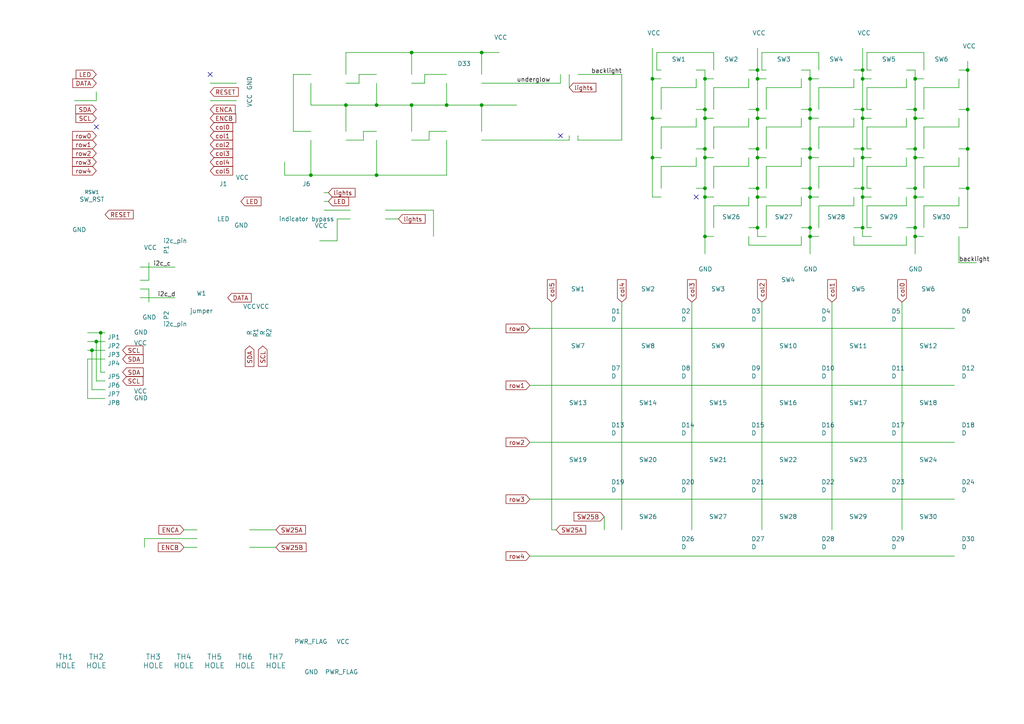
<source format=kicad_sch>
(kicad_sch (version 20250114) (generator "eeschema") (generator_version "9.0")
  (paper "A4")
  (junction (at 219.71 66.04))
  (junction (at 265.43 34.29))
  (junction (at 204.47 31.75))
  (junction (at 119.38 30.48))
  (junction (at 250.19 43.18))
  (junction (at 265.43 31.75))
  (junction (at 234.95 66.04))
  (junction (at 250.19 31.75))
  (junction (at 234.95 43.18))
  (junction (at 90.17 50.8))
  (junction (at 265.43 43.18))
  (junction (at 219.71 22.86))
  (junction (at 189.23 22.86))
  (junction (at 219.71 54.61))
  (junction (at 234.95 54.61))
  (junction (at 219.71 34.29))
  (junction (at 204.47 43.18))
  (junction (at 29.21 96.52))
  (junction (at 250.19 34.29))
  (junction (at 250.19 57.15))
  (junction (at 109.22 30.48))
  (junction (at 250.19 22.86))
  (junction (at 27.94 99.06))
  (junction (at 219.71 45.72))
  (junction (at 250.19 54.61))
  (junction (at 109.22 50.8))
  (junction (at 234.95 34.29))
  (junction (at 219.71 31.75))
  (junction (at 219.71 20.32))
  (junction (at 280.67 20.32))
  (junction (at 139.7 30.48))
  (junction (at 265.43 68.58))
  (junction (at 234.95 68.58))
  (junction (at 204.47 45.72))
  (junction (at 234.95 45.72))
  (junction (at 139.7 15.24))
  (junction (at 100.33 30.48))
  (junction (at 280.67 31.75))
  (junction (at 204.47 54.61))
  (junction (at 219.71 43.18))
  (junction (at 219.71 57.15))
  (junction (at 265.43 66.04))
  (junction (at 250.19 20.32))
  (junction (at 234.95 22.86))
  (junction (at 204.47 57.15))
  (junction (at 129.54 30.48))
  (junction (at 189.23 34.29))
  (junction (at 119.38 15.24))
  (junction (at 250.19 66.04))
  (junction (at 280.67 54.61))
  (junction (at 204.47 34.29))
  (junction (at 204.47 22.86))
  (junction (at 265.43 22.86))
  (junction (at 265.43 45.72))
  (junction (at 204.47 68.58))
  (junction (at 26.67 101.6))
  (junction (at 265.43 54.61))
  (junction (at 250.19 45.72))
  (junction (at 234.95 57.15))
  (junction (at 189.23 45.72))
  (junction (at 265.43 57.15))
  (junction (at 280.67 43.18))
  (junction (at 234.95 31.75))
  (no_connect (at 27.94 36.83))
  (no_connect (at 60.96 21.59))
  (no_connect (at 162.56 39.37))
  (no_connect (at 201.93 57.15))
  (wire (pts (xy 262.89 36.83) (xy 251.46 36.83)))
  (wire (pts (xy 175.26 149.86) (xy 175.26 153.67)))
  (wire (pts (xy 100.33 30.48) (xy 90.17 30.48)))
  (wire (pts (xy 217.17 48.26) (xy 217.17 45.72)))
  (wire (pts (xy 278.13 20.32) (xy 280.67 20.32)))
  (wire (pts (xy 232.41 20.32) (xy 234.95 20.32)))
  (wire (pts (xy 280.67 20.32) (xy 280.67 17.78)))
  (wire (pts (xy 262.89 57.15) (xy 262.89 59.69)))
  (wire (pts (xy 267.97 31.75) (xy 267.97 25.4)))
  (wire (pts (xy 267.97 54.61) (xy 267.97 48.26)))
  (wire (pts (xy 111.76 63.5) (xy 115.57 63.5)))
  (wire (pts (xy 92.71 69.85) (xy 97.79 69.85)))
  (wire (pts (xy 237.49 57.15) (xy 234.95 57.15)))
  (wire (pts (xy 180.34 40.64) (xy 180.34 21.59)))
  (wire (pts (xy 267.97 57.15) (xy 265.43 57.15)))
  (wire (pts (xy 262.89 20.32) (xy 265.43 20.32)))
  (wire (pts (xy 219.71 43.18) (xy 219.71 45.72)))
  (wire (pts (xy 217.17 36.83) (xy 217.17 34.29)))
  (wire (pts (xy 97.79 63.5) (xy 97.79 69.85)))
  (wire (pts (xy 219.71 68.58) (xy 222.25 68.58)))
  (wire (pts (xy 104.14 21.59) (xy 104.14 24.13)))
  (wire (pts (xy 207.01 36.83) (xy 217.17 36.83)))
  (wire (pts (xy 250.19 22.86) (xy 250.19 20.32)))
  (wire (pts (xy 234.95 20.32) (xy 234.95 22.86)))
  (wire (pts (xy 217.17 71.12) (xy 217.17 68.58)))
  (wire (pts (xy 251.46 25.4) (xy 251.46 31.75)))
  (wire (pts (xy 250.19 31.75) (xy 250.19 22.86)))
  (wire (pts (xy 40.64 86.36) (xy 50.8 86.36)))
  (wire (pts (xy 100.33 15.24) (xy 100.33 21.59)))
  (wire (pts (xy 123.19 24.13) (xy 119.38 24.13)))
  (wire (pts (xy 190.5 20.32) (xy 191.77 20.32)))
  (wire (pts (xy 207.01 48.26) (xy 217.17 48.26)))
  (wire (pts (xy 207.01 66.04) (xy 207.01 59.69)))
  (wire (pts (xy 262.89 68.58) (xy 262.89 71.12)))
  (wire (pts (xy 191.77 48.26) (xy 191.77 54.61)))
  (wire (pts (xy 278.13 36.83) (xy 278.13 34.29)))
  (wire (pts (xy 251.46 36.83) (xy 251.46 43.18)))
  (wire (pts (xy 90.17 40.64) (xy 90.17 50.8)))
  (wire (pts (xy 119.38 40.64) (xy 124.46 40.64)))
  (wire (pts (xy 219.71 34.29) (xy 219.71 43.18)))
  (wire (pts (xy 207.01 45.72) (xy 204.47 45.72)))
  (wire (pts (xy 85.09 21.59) (xy 85.09 38.1)))
  (wire (pts (xy 25.4 96.52) (xy 29.21 96.52)))
  (wire (pts (xy 219.71 45.72) (xy 219.71 54.61)))
  (wire (pts (xy 247.65 54.61) (xy 250.19 54.61)))
  (wire (pts (xy 262.89 71.12) (xy 247.65 71.12)))
  (wire (pts (xy 25.4 99.06) (xy 27.94 99.06)))
  (wire (pts (xy 237.49 36.83) (xy 247.65 36.83)))
  (wire (pts (xy 139.7 38.1) (xy 139.7 30.48)))
  (wire (pts (xy 280.67 54.61) (xy 278.13 54.61)))
  (wire (pts (xy 222.25 36.83) (xy 222.25 43.18)))
  (wire (pts (xy 250.19 68.58) (xy 250.19 66.04)))
  (wire (pts (xy 222.25 22.86) (xy 219.71 22.86)))
  (wire (pts (xy 265.43 57.15) (xy 265.43 66.04)))
  (wire (pts (xy 237.49 20.32) (xy 237.49 15.24)))
  (wire (pts (xy 217.17 25.4) (xy 217.17 22.86)))
  (wire (pts (xy 267.97 15.24) (xy 251.46 15.24)))
  (wire (pts (xy 217.17 59.69) (xy 217.17 57.15)))
  (wire (pts (xy 41.91 156.21) (xy 41.91 158.75)))
  (wire (pts (xy 219.71 13.97) (xy 219.71 20.32)))
  (wire (pts (xy 204.47 54.61) (xy 204.47 45.72)))
  (wire (pts (xy 207.01 20.32) (xy 207.01 15.24)))
  (wire (pts (xy 160.02 87.63) (xy 160.02 153.67)))
  (wire (pts (xy 265.43 54.61) (xy 265.43 57.15)))
  (wire (pts (xy 265.43 31.75) (xy 265.43 34.29)))
  (wire (pts (xy 60.96 24.13) (xy 68.58 24.13)))
  (wire (pts (xy 85.09 38.1) (xy 90.17 38.1)))
  (wire (pts (xy 247.65 43.18) (xy 250.19 43.18)))
  (wire (pts (xy 27.94 110.49) (xy 30.48 110.49)))
  (wire (pts (xy 25.4 104.14) (xy 25.4 115.57)))
  (wire (pts (xy 201.93 36.83) (xy 191.77 36.83)))
  (wire (pts (xy 250.19 43.18) (xy 250.19 34.29)))
  (wire (pts (xy 220.98 87.63) (xy 220.98 153.67)))
  (wire (pts (xy 234.95 54.61) (xy 234.95 57.15)))
  (wire (pts (xy 201.93 25.4) (xy 191.77 25.4)))
  (wire (pts (xy 232.41 25.4) (xy 222.25 25.4)))
  (wire (pts (xy 119.38 30.48) (xy 129.54 30.48)))
  (wire (pts (xy 237.49 59.69) (xy 247.65 59.69)))
  (wire (pts (xy 267.97 25.4) (xy 278.13 25.4)))
  (wire (pts (xy 237.49 48.26) (xy 247.65 48.26)))
  (wire (pts (xy 251.46 31.75) (xy 252.73 31.75)))
  (wire (pts (xy 125.73 60.96) (xy 125.73 68.58)))
  (wire (pts (xy 204.47 73.66) (xy 204.47 68.58)))
  (wire (pts (xy 262.89 34.29) (xy 262.89 36.83)))
  (wire (pts (xy 219.71 22.86) (xy 219.71 31.75)))
  (wire (pts (xy 111.76 60.96) (xy 125.73 60.96)))
  (wire (pts (xy 26.67 113.03) (xy 30.48 113.03)))
  (wire (pts (xy 53.34 153.67) (xy 57.15 153.67)))
  (wire (pts (xy 219.71 66.04) (xy 219.71 68.58)))
  (wire (pts (xy 278.13 68.58) (xy 278.13 76.2)))
  (wire (pts (xy 232.41 59.69) (xy 222.25 59.69)))
  (wire (pts (xy 220.98 20.32) (xy 222.25 20.32)))
  (wire (pts (xy 153.67 161.29) (xy 276.86 161.29)))
  (wire (pts (xy 201.93 20.32) (xy 204.47 20.32)))
  (wire (pts (xy 40.64 83.82) (xy 43.18 83.82)))
  (wire (pts (xy 144.78 15.24) (xy 139.7 15.24)))
  (wire (pts (xy 191.77 36.83) (xy 191.77 43.18)))
  (wire (pts (xy 232.41 36.83) (xy 222.25 36.83)))
  (wire (pts (xy 267.97 22.86) (xy 265.43 22.86)))
  (wire (pts (xy 201.93 48.26) (xy 191.77 48.26)))
  (wire (pts (xy 139.7 15.24) (xy 119.38 15.24)))
  (wire (pts (xy 232.41 34.29) (xy 232.41 36.83)))
  (wire (pts (xy 234.95 57.15) (xy 234.95 66.04)))
  (wire (pts (xy 153.67 144.78) (xy 276.86 144.78)))
  (wire (pts (xy 189.23 57.15) (xy 191.77 57.15)))
  (wire (pts (xy 165.1 40.64) (xy 165.1 39.37)))
  (wire (pts (xy 247.65 20.32) (xy 250.19 20.32)))
  (wire (pts (xy 217.17 54.61) (xy 219.71 54.61)))
  (wire (pts (xy 267.97 68.58) (xy 265.43 68.58)))
  (wire (pts (xy 251.46 48.26) (xy 251.46 54.61)))
  (wire (pts (xy 189.23 45.72) (xy 189.23 57.15)))
  (wire (pts (xy 247.65 48.26) (xy 247.65 45.72)))
  (wire (pts (xy 27.94 26.67) (xy 27.94 29.21)))
  (wire (pts (xy 204.47 45.72) (xy 204.47 43.18)))
  (wire (pts (xy 26.67 101.6) (xy 26.67 113.03)))
  (wire (pts (xy 219.71 31.75) (xy 219.71 34.29)))
  (wire (pts (xy 232.41 71.12) (xy 217.17 71.12)))
  (wire (pts (xy 109.22 21.59) (xy 104.14 21.59)))
  (wire (pts (xy 200.66 87.63) (xy 200.66 153.67)))
  (wire (pts (xy 189.23 34.29) (xy 189.23 45.72)))
  (wire (pts (xy 278.13 25.4) (xy 278.13 22.86)))
  (wire (pts (xy 72.39 158.75) (xy 80.01 158.75)))
  (wire (pts (xy 262.89 66.04) (xy 265.43 66.04)))
  (wire (pts (xy 237.49 66.04) (xy 237.49 59.69)))
  (wire (pts (xy 237.49 45.72) (xy 234.95 45.72)))
  (wire (pts (xy 250.19 57.15) (xy 250.19 54.61)))
  (wire (pts (xy 153.67 128.27) (xy 276.86 128.27)))
  (wire (pts (xy 280.67 66.04) (xy 278.13 66.04)))
  (wire (pts (xy 109.22 30.48) (xy 119.38 30.48)))
  (wire (pts (xy 72.39 153.67) (xy 80.01 153.67)))
  (wire (pts (xy 43.18 81.28) (xy 40.64 81.28)))
  (wire (pts (xy 90.17 50.8) (xy 82.55 50.8)))
  (wire (pts (xy 53.34 158.75) (xy 57.15 158.75)))
  (wire (pts (xy 109.22 50.8) (xy 129.54 50.8)))
  (wire (pts (xy 219.71 57.15) (xy 219.71 66.04)))
  (wire (pts (xy 165.1 25.4) (xy 165.1 21.59)))
  (wire (pts (xy 237.49 43.18) (xy 237.49 36.83)))
  (wire (pts (xy 201.93 45.72) (xy 201.93 48.26)))
  (wire (pts (xy 204.47 68.58) (xy 204.47 57.15)))
  (wire (pts (xy 237.49 31.75) (xy 237.49 25.4)))
  (wire (pts (xy 100.33 38.1) (xy 100.33 30.48)))
  (wire (pts (xy 267.97 66.04) (xy 267.97 59.69)))
  (wire (pts (xy 217.17 43.18) (xy 219.71 43.18)))
  (wire (pts (xy 251.46 66.04) (xy 252.73 66.04)))
  (wire (pts (xy 123.19 21.59) (xy 123.19 24.13)))
  (wire (pts (xy 40.64 77.47) (xy 50.8 77.47)))
  (wire (pts (xy 234.95 66.04) (xy 234.95 68.58)))
  (wire (pts (xy 105.41 40.64) (xy 105.41 38.1)))
  (wire (pts (xy 251.46 20.32) (xy 252.73 20.32)))
  (wire (pts (xy 280.67 43.18) (xy 280.67 54.61)))
  (wire (pts (xy 265.43 68.58) (xy 265.43 73.66)))
  (wire (pts (xy 217.17 20.32) (xy 219.71 20.32)))
  (wire (pts (xy 27.94 99.06) (xy 30.48 99.06)))
  (wire (pts (xy 280.67 54.61) (xy 280.67 66.04)))
  (wire (pts (xy 262.89 54.61) (xy 265.43 54.61)))
  (wire (pts (xy 250.19 20.32) (xy 250.19 13.97)))
  (wire (pts (xy 153.67 95.25) (xy 276.86 95.25)))
  (wire (pts (xy 267.97 59.69) (xy 278.13 59.69)))
  (wire (pts (xy 201.93 31.75) (xy 204.47 31.75)))
  (wire (pts (xy 104.14 24.13) (xy 100.33 24.13)))
  (wire (pts (xy 265.43 34.29) (xy 267.97 34.29)))
  (wire (pts (xy 250.19 45.72) (xy 250.19 43.18)))
  (wire (pts (xy 247.65 71.12) (xy 247.65 68.58)))
  (wire (pts (xy 232.41 68.58) (xy 232.41 71.12)))
  (wire (pts (xy 265.43 43.18) (xy 265.43 45.72)))
  (wire (pts (xy 160.02 153.67) (xy 161.29 153.67)))
  (wire (pts (xy 232.41 57.15) (xy 232.41 59.69)))
  (wire (pts (xy 237.49 22.86) (xy 234.95 22.86)))
  (wire (pts (xy 234.95 43.18) (xy 234.95 45.72)))
  (wire (pts (xy 267.97 20.32) (xy 267.97 15.24)))
  (wire (pts (xy 267.97 48.26) (xy 278.13 48.26)))
  (wire (pts (xy 191.77 45.72) (xy 189.23 45.72)))
  (wire (pts (xy 234.95 45.72) (xy 234.95 54.61)))
  (wire (pts (xy 278.13 48.26) (xy 278.13 45.72)))
  (wire (pts (xy 30.48 104.14) (xy 25.4 104.14)))
  (wire (pts (xy 26.67 101.6) (xy 30.48 101.6)))
  (wire (pts (xy 207.01 43.18) (xy 207.01 36.83)))
  (wire (pts (xy 220.98 15.24) (xy 220.98 20.32)))
  (wire (pts (xy 90.17 50.8) (xy 109.22 50.8)))
  (wire (pts (xy 201.93 34.29) (xy 201.93 36.83)))
  (wire (pts (xy 237.49 15.24) (xy 220.98 15.24)))
  (wire (pts (xy 90.17 30.48) (xy 90.17 24.13)))
  (wire (pts (xy 252.73 57.15) (xy 250.19 57.15)))
  (wire (pts (xy 119.38 21.59) (xy 119.38 15.24)))
  (wire (pts (xy 251.46 43.18) (xy 252.73 43.18)))
  (wire (pts (xy 207.01 34.29) (xy 204.47 34.29)))
  (wire (pts (xy 219.71 20.32) (xy 219.71 22.86)))
  (wire (pts (xy 232.41 22.86) (xy 232.41 25.4)))
  (wire (pts (xy 234.95 22.86) (xy 234.95 31.75)))
  (wire (pts (xy 180.34 87.63) (xy 180.34 153.67)))
  (wire (pts (xy 27.94 29.21) (xy 21.59 29.21)))
  (wire (pts (xy 204.47 43.18) (xy 204.47 34.29)))
  (wire (pts (xy 29.21 96.52) (xy 29.21 107.95)))
  (wire (pts (xy 267.97 36.83) (xy 278.13 36.83)))
  (wire (pts (xy 232.41 48.26) (xy 222.25 48.26)))
  (wire (pts (xy 82.55 50.8) (xy 82.55 46.99)))
  (wire (pts (xy 234.95 34.29) (xy 234.95 43.18)))
  (wire (pts (xy 265.43 34.29) (xy 265.43 43.18)))
  (wire (pts (xy 119.38 30.48) (xy 119.38 38.1)))
  (wire (pts (xy 265.43 45.72) (xy 265.43 54.61)))
  (wire (pts (xy 241.3 87.63) (xy 241.3 153.67)))
  (wire (pts (xy 90.17 21.59) (xy 85.09 21.59)))
  (wire (pts (xy 250.19 34.29) (xy 250.19 31.75)))
  (wire (pts (xy 167.64 40.64) (xy 180.34 40.64)))
  (wire (pts (xy 124.46 38.1) (xy 129.54 38.1)))
  (wire (pts (xy 207.01 31.75) (xy 207.01 25.4)))
  (wire (pts (xy 251.46 15.24) (xy 251.46 20.32)))
  (wire (pts (xy 234.95 31.75) (xy 234.95 34.29)))
  (wire (pts (xy 247.65 25.4) (xy 247.65 22.86)))
  (wire (pts (xy 278.13 76.2) (xy 283.21 76.2)))
  (wire (pts (xy 191.77 25.4) (xy 191.77 31.75)))
  (wire (pts (xy 232.41 54.61) (xy 234.95 54.61)))
  (wire (pts (xy 265.43 66.04) (xy 265.43 68.58)))
  (wire (pts (xy 43.18 83.82) (xy 43.18 87.63)))
  (wire (pts (xy 201.93 22.86) (xy 201.93 25.4)))
  (wire (pts (xy 43.18 76.2) (xy 43.18 81.28)))
  (wire (pts (xy 191.77 34.29) (xy 189.23 34.29)))
  (wire (pts (xy 129.54 30.48) (xy 129.54 24.13)))
  (wire (pts (xy 189.23 22.86) (xy 189.23 34.29)))
  (wire (pts (xy 217.17 31.75) (xy 219.71 31.75)))
  (wire (pts (xy 105.41 38.1) (xy 109.22 38.1)))
  (wire (pts (xy 280.67 43.18) (xy 278.13 43.18)))
  (wire (pts (xy 222.25 59.69) (xy 222.25 66.04)))
  (wire (pts (xy 232.41 43.18) (xy 234.95 43.18)))
  (wire (pts (xy 25.4 101.6) (xy 26.67 101.6)))
  (wire (pts (xy 129.54 30.48) (xy 139.7 30.48)))
  (wire (pts (xy 265.43 22.86) (xy 265.43 31.75)))
  (wire (pts (xy 251.46 54.61) (xy 252.73 54.61)))
  (wire (pts (xy 237.49 25.4) (xy 247.65 25.4)))
  (wire (pts (xy 262.89 59.69) (xy 251.46 59.69)))
  (wire (pts (xy 129.54 40.64) (xy 129.54 50.8)))
  (wire (pts (xy 93.98 55.88) (xy 95.25 55.88)))
  (wire (pts (xy 100.33 30.48) (xy 109.22 30.48)))
  (wire (pts (xy 222.25 45.72) (xy 219.71 45.72)))
  (wire (pts (xy 167.64 21.59) (xy 180.34 21.59)))
  (wire (pts (xy 204.47 57.15) (xy 204.47 54.61)))
  (wire (pts (xy 60.96 29.21) (xy 68.58 29.21)))
  (wire (pts (xy 262.89 45.72) (xy 262.89 48.26)))
  (wire (pts (xy 250.19 66.04) (xy 250.19 57.15)))
  (wire (pts (xy 207.01 54.61) (xy 207.01 48.26)))
  (wire (pts (xy 201.93 54.61) (xy 204.47 54.61)))
  (wire (pts (xy 247.65 59.69) (xy 247.65 57.15)))
  (wire (pts (xy 252.73 45.72) (xy 250.19 45.72)))
  (wire (pts (xy 222.25 34.29) (xy 219.71 34.29)))
  (wire (pts (xy 252.73 22.86) (xy 250.19 22.86)))
  (wire (pts (xy 204.47 20.32) (xy 204.47 22.86)))
  (wire (pts (xy 237.49 34.29) (xy 234.95 34.29)))
  (wire (pts (xy 247.65 31.75) (xy 250.19 31.75)))
  (wire (pts (xy 262.89 25.4) (xy 251.46 25.4)))
  (wire (pts (xy 201.93 43.18) (xy 204.47 43.18)))
  (wire (pts (xy 27.94 99.06) (xy 27.94 110.49)))
  (wire (pts (xy 262.89 31.75) (xy 265.43 31.75)))
  (wire (pts (xy 280.67 20.32) (xy 280.67 31.75)))
  (wire (pts (xy 280.67 31.75) (xy 278.13 31.75)))
  (wire (pts (xy 247.65 66.04) (xy 250.19 66.04)))
  (wire (pts (xy 139.7 21.59) (xy 139.7 15.24)))
  (wire (pts (xy 217.17 66.04) (xy 219.71 66.04)))
  (wire (pts (xy 207.01 25.4) (xy 217.17 25.4)))
  (wire (pts (xy 119.38 15.24) (xy 100.33 15.24)))
  (wire (pts (xy 129.54 21.59) (xy 123.19 21.59)))
  (wire (pts (xy 101.6 63.5) (xy 97.79 63.5)))
  (wire (pts (xy 95.25 58.42) (xy 93.98 58.42)))
  (wire (pts (xy 278.13 59.69) (xy 278.13 57.15)))
  (wire (pts (xy 29.21 96.52) (xy 30.48 96.52)))
  (wire (pts (xy 232.41 45.72) (xy 232.41 48.26)))
  (wire (pts (xy 251.46 59.69) (xy 251.46 66.04)))
  (wire (pts (xy 237.49 68.58) (xy 234.95 68.58)))
  (wire (pts (xy 207.01 59.69) (xy 217.17 59.69)))
  (wire (pts (xy 139.7 30.48) (xy 149.86 30.48)))
  (wire (pts (xy 204.47 22.86) (xy 207.01 22.86)))
  (wire (pts (xy 153.67 111.76) (xy 276.86 111.76)))
  (wire (pts (xy 162.56 21.59) (xy 162.56 24.13)))
  (wire (pts (xy 280.67 31.75) (xy 280.67 43.18)))
  (wire (pts (xy 109.22 30.48) (xy 109.22 24.13)))
  (wire (pts (xy 232.41 31.75) (xy 234.95 31.75)))
  (wire (pts (xy 139.7 24.13) (xy 162.56 24.13)))
  (wire (pts (xy 100.33 40.64) (xy 105.41 40.64)))
  (wire (pts (xy 190.5 15.24) (xy 190.5 20.32)))
  (wire (pts (xy 57.15 156.21) (xy 41.91 156.21)))
  (wire (pts (xy 261.62 87.63) (xy 261.62 153.67)))
  (wire (pts (xy 29.21 107.95) (xy 30.48 107.95)))
  (wire (pts (xy 250.19 54.61) (xy 250.19 45.72)))
  (wire (pts (xy 252.73 68.58) (xy 250.19 68.58)))
  (wire (pts (xy 252.73 34.29) (xy 250.19 34.29)))
  (wire (pts (xy 267.97 45.72) (xy 265.43 45.72)))
  (wire (pts (xy 222.25 48.26) (xy 222.25 54.61)))
  (wire (pts (xy 262.89 43.18) (xy 265.43 43.18)))
  (wire (pts (xy 262.89 48.26) (xy 251.46 48.26)))
  (wire (pts (xy 139.7 40.64) (xy 165.1 40.64)))
  (wire (pts (xy 267.97 43.18) (xy 267.97 36.83)))
  (wire (pts (xy 207.01 68.58) (xy 204.47 68.58)))
  (wire (pts (xy 237.49 54.61) (xy 237.49 48.26)))
  (wire (pts (xy 204.47 34.29) (xy 204.47 31.75)))
  (wire (pts (xy 265.43 20.32) (xy 265.43 22.86)))
  (wire (pts (xy 219.71 54.61) (xy 219.71 57.15)))
  (wire (pts (xy 109.22 40.64) (xy 109.22 50.8)))
  (wire (pts (xy 262.89 22.86) (xy 262.89 25.4)))
  (wire (pts (xy 204.47 22.86) (xy 204.47 31.75)))
  (wire (pts (xy 189.23 13.97) (xy 189.23 22.86)))
  (wire (pts (xy 25.4 115.57) (xy 30.48 115.57)))
  (wire (pts (xy 234.95 68.58) (xy 234.95 73.66)))
  (wire (pts (xy 222.25 25.4) (xy 222.25 31.75)))
  (wire (pts (xy 207.01 57.15) (xy 204.47 57.15)))
  (wire (pts (xy 207.01 15.24) (xy 190.5 15.24)))
  (wire (pts (xy 247.65 36.83) (xy 247.65 34.29)))
  (wire (pts (xy 191.77 22.86) (xy 189.23 22.86)))
  (wire (pts (xy 222.25 57.15) (xy 219.71 57.15)))
  (wire (pts (xy 101.6 60.96) (xy 93.98 60.96)))
  (wire (pts (xy 167.64 39.37) (xy 167.64 40.64)))
  (wire (pts (xy 232.41 66.04) (xy 234.95 66.04)))
  (wire (pts (xy 124.46 40.64) (xy 124.46 38.1)))
  (label "backlight" (at 171.45 21.59 0))
  (label "i2c_d" (at 45.72 86.36 0))
  (label "backlight" (at 278.13 76.2 0))
  (label "underglow" (at 149.86 24.13 0))
  (label "i2c_c" (at 44.45 77.47 0))
  (global_label "col1" (shape input) (at 241.3 87.63 90) (property "Intersheetrefs" "${INTERSHEET_REFS}" (effects (hide yes))))
  (global_label "ENCA" (shape input) (at 60.96 31.75 0) (property "Intersheetrefs" "${INTERSHEET_REFS}" (effects (hide yes))))
  (global_label "LED" (shape input) (at 95.25 58.42 0) (property "Intersheetrefs" "${INTERSHEET_REFS}" (effects (hide yes))))
  (global_label "row2" (shape input) (at 153.67 128.27 180) (property "Intersheetrefs" "${INTERSHEET_REFS}" (effects (hide yes))))
  (global_label "SCL" (shape input) (at 76.2 100.33 270) (property "Intersheetrefs" "${INTERSHEET_REFS}" (effects (hide yes))))
  (global_label "col5" (shape input) (at 160.02 87.63 90) (property "Intersheetrefs" "${INTERSHEET_REFS}" (effects (hide yes))))
  (global_label "SDA" (shape input) (at 27.94 31.75 180) (property "Intersheetrefs" "${INTERSHEET_REFS}" (effects (hide yes))))
  (global_label "SDA" (shape input) (at 35.56 107.95 0) (property "Intersheetrefs" "${INTERSHEET_REFS}" (effects (hide yes))))
  (global_label "col3" (shape input) (at 60.96 44.45 0) (property "Intersheetrefs" "${INTERSHEET_REFS}" (effects (hide yes))))
  (global_label "row2" (shape input) (at 27.94 44.45 180) (property "Intersheetrefs" "${INTERSHEET_REFS}" (effects (hide yes))))
  (global_label "LED" (shape input) (at 27.94 21.59 180) (property "Intersheetrefs" "${INTERSHEET_REFS}" (effects (hide yes))))
  (global_label "SCL" (shape input) (at 27.94 34.29 180) (property "Intersheetrefs" "${INTERSHEET_REFS}" (effects (hide yes))))
  (global_label "SW25B" (shape input) (at 175.26 149.86 180) (property "Intersheetrefs" "${INTERSHEET_REFS}" (effects (hide yes))))
  (global_label "RESET" (shape input) (at 30.48 62.23 0) (property "Intersheetrefs" "${INTERSHEET_REFS}" (effects (hide yes))))
  (global_label "ENCB" (shape input) (at 53.34 158.75 180) (property "Intersheetrefs" "${INTERSHEET_REFS}" (effects (hide yes))))
  (global_label "RESET" (shape input) (at 60.96 26.67 0) (property "Intersheetrefs" "${INTERSHEET_REFS}" (effects (hide yes))))
  (global_label "SDA" (shape input) (at 35.56 104.14 0) (property "Intersheetrefs" "${INTERSHEET_REFS}" (effects (hide yes))))
  (global_label "row0" (shape input) (at 27.94 39.37 180) (property "Intersheetrefs" "${INTERSHEET_REFS}" (effects (hide yes))))
  (global_label "col0" (shape input) (at 60.96 36.83 0) (property "Intersheetrefs" "${INTERSHEET_REFS}" (effects (hide yes))))
  (global_label "row1" (shape input) (at 153.67 111.76 180) (property "Intersheetrefs" "${INTERSHEET_REFS}" (effects (hide yes))))
  (global_label "DATA" (shape input) (at 27.94 24.13 180) (property "Intersheetrefs" "${INTERSHEET_REFS}" (effects (hide yes))))
  (global_label "lights" (shape input) (at 165.1 25.4 0) (property "Intersheetrefs" "${INTERSHEET_REFS}" (effects (hide yes))))
  (global_label "SW25A" (shape input) (at 161.29 153.67 0) (property "Intersheetrefs" "${INTERSHEET_REFS}" (effects (hide yes))))
  (global_label "LED" (shape input) (at 69.85 58.42 0) (property "Intersheetrefs" "${INTERSHEET_REFS}" (effects (hide yes))))
  (global_label "col0" (shape input) (at 261.62 87.63 90) (property "Intersheetrefs" "${INTERSHEET_REFS}" (effects (hide yes))))
  (global_label "row3" (shape input) (at 153.67 144.78 180) (property "Intersheetrefs" "${INTERSHEET_REFS}" (effects (hide yes))))
  (global_label "DATA" (shape input) (at 66.04 86.36 0) (property "Intersheetrefs" "${INTERSHEET_REFS}" (effects (hide yes))))
  (global_label "SW25A" (shape input) (at 80.01 153.67 0) (property "Intersheetrefs" "${INTERSHEET_REFS}" (effects (hide yes))))
  (global_label "col3" (shape input) (at 200.66 87.63 90) (property "Intersheetrefs" "${INTERSHEET_REFS}" (effects (hide yes))))
  (global_label "col5" (shape input) (at 60.96 49.53 0) (property "Intersheetrefs" "${INTERSHEET_REFS}" (effects (hide yes))))
  (global_label "col4" (shape input) (at 180.34 87.63 90) (property "Intersheetrefs" "${INTERSHEET_REFS}" (effects (hide yes))))
  (global_label "lights" (shape input) (at 115.57 63.5 0) (property "Intersheetrefs" "${INTERSHEET_REFS}" (effects (hide yes))))
  (global_label "row0" (shape input) (at 153.67 95.25 180) (property "Intersheetrefs" "${INTERSHEET_REFS}" (effects (hide yes))))
  (global_label "ENCB" (shape input) (at 60.96 34.29 0) (property "Intersheetrefs" "${INTERSHEET_REFS}" (effects (hide yes))))
  (global_label "SCL" (shape input) (at 35.56 101.6 0) (property "Intersheetrefs" "${INTERSHEET_REFS}" (effects (hide yes))))
  (global_label "row1" (shape input) (at 27.94 41.91 180) (property "Intersheetrefs" "${INTERSHEET_REFS}" (effects (hide yes))))
  (global_label "row4" (shape input) (at 27.94 49.53 180) (property "Intersheetrefs" "${INTERSHEET_REFS}" (effects (hide yes))))
  (global_label "col4" (shape input) (at 60.96 46.99 0) (property "Intersheetrefs" "${INTERSHEET_REFS}" (effects (hide yes))))
  (global_label "ENCA" (shape input) (at 53.34 153.67 180) (property "Intersheetrefs" "${INTERSHEET_REFS}" (effects (hide yes))))
  (global_label "lights" (shape input) (at 95.25 55.88 0) (property "Intersheetrefs" "${INTERSHEET_REFS}" (effects (hide yes))))
  (global_label "col1" (shape input) (at 60.96 39.37 0) (property "Intersheetrefs" "${INTERSHEET_REFS}" (effects (hide yes))))
  (global_label "SW25B" (shape input) (at 80.01 158.75 0) (property "Intersheetrefs" "${INTERSHEET_REFS}" (effects (hide yes))))
  (global_label "SCL" (shape input) (at 35.56 110.49 0) (property "Intersheetrefs" "${INTERSHEET_REFS}" (effects (hide yes))))
  (global_label "col2" (shape input) (at 60.96 41.91 0) (property "Intersheetrefs" "${INTERSHEET_REFS}" (effects (hide yes))))
  (global_label "row4" (shape input) (at 153.67 161.29 180) (property "Intersheetrefs" "${INTERSHEET_REFS}" (effects (hide yes))))
  (global_label "row3" (shape input) (at 27.94 46.99 180) (property "Intersheetrefs" "${INTERSHEET_REFS}" (effects (hide yes))))
  (global_label "SDA" (shape input) (at 72.39 100.33 270) (property "Intersheetrefs" "${INTERSHEET_REFS}" (effects (hide yes))))
  (global_label "col2" (shape input) (at 220.98 87.63 90) (property "Intersheetrefs" "${INTERSHEET_REFS}" (effects (hide yes))))
  (symbol (lib_id "SofleKeyboard-rescue:ProMicro_2-Lily58-cache-Lily58_Pro-rescue") (at 44.45 35.56 0) (unit 1)
    (property "Reference" "U1" (at 44.45 17.78 0) (effects (font (size 1.524 1.524))))
    (property "Value" "ProMicro" (at 44.45 53.34 0) (effects (font (size 1.524 1.524))))
    (property "Footprint" "SofleKeyboard-footprint:ProMicro" (effects (hide yes)))
  )
  (symbol (lib_id "SofleKeyboard:SW_PUSH-MX_W_LED") (at 187.96 153.67 0) (unit 1)
    (property "Reference" "SW26" (at 187.96 149.86 0))
    (property "Value" "SW_PUSH-MX_W_LED" (effects (hide yes)))
    (property "Footprint" "Button_Switch_Keyboard:SK6812MINI_and_cherry" (effects (hide yes)))
  )
  (symbol (lib_id "SofleKeyboard:SW_PUSH-MX_W_LED") (at 167.64 87.63 0) (unit 1)
    (property "Reference" "SW1" (at 167.64 83.82 0))
    (property "Value" "SW_PUSH-MX_W_LED" (effects (hide yes)))
    (property "Footprint" "Button_Switch_Keyboard:SK6812MINI_and_cherry" (effects (hide yes)))
  )
  (symbol (lib_id "SofleKeyboard-rescue:D-Lily58-cache-Lily58_Pro-rescue") (at 175.26 91.44 90) (unit 1)
    (property "Reference" "D1" (at 177.2666 90.2716 90) (effects (justify right)))
    (property "Value" "D" (at 177.2666 92.583 90) (effects (justify right)))
    (property "Footprint" "Diode_SMD:crkbd-diode" (effects (hide yes)))
  )
  (symbol (lib_id "SofleKeyboard:SW_PUSH-MX_W_LED") (at 187.96 87.63 0) (unit 1)
    (property "Reference" "SW2" (at 187.96 83.82 0))
    (property "Value" "SW_PUSH-MX_W_LED" (effects (hide yes)))
    (property "Footprint" "Button_Switch_Keyboard:SK6812MINI_and_cherry" (effects (hide yes)))
  )
  (symbol (lib_id "SofleKeyboard-rescue:D-Lily58-cache-Lily58_Pro-rescue") (at 195.58 91.44 90) (unit 1)
    (property "Reference" "D2" (at 197.5866 90.2716 90) (effects (justify right)))
    (property "Value" "D" (at 197.5866 92.583 90) (effects (justify right)))
    (property "Footprint" "Diode_SMD:crkbd-diode" (effects (hide yes)))
  )
  (symbol (lib_id "SofleKeyboard:SW_PUSH-MX_W_LED") (at 208.28 87.63 0) (unit 1)
    (property "Reference" "SW3" (at 208.28 83.82 0))
    (property "Value" "SW_PUSH-MX_W_LED" (effects (hide yes)))
    (property "Footprint" "Button_Switch_Keyboard:SK6812MINI_and_cherry" (effects (hide yes)))
  )
  (symbol (lib_id "SofleKeyboard-rescue:D-Lily58-cache-Lily58_Pro-rescue") (at 215.9 91.44 90) (unit 1)
    (property "Reference" "D3" (at 217.9066 90.2716 90) (effects (justify right)))
    (property "Value" "D" (at 217.9066 92.583 90) (effects (justify right)))
    (property "Footprint" "Diode_SMD:crkbd-diode" (effects (hide yes)))
  )
  (symbol (lib_id "SofleKeyboard:SW_PUSH-MX_W_LED") (at 228.6 87.63 0) (unit 1)
    (property "Reference" "SW4" (at 228.6 81.153 0))
    (property "Value" "SW_PUSH-MX_W_LED" (effects (hide yes)))
    (property "Footprint" "Button_Switch_Keyboard:SK6812MINI_and_cherry" (effects (hide yes)))
  )
  (symbol (lib_id "SofleKeyboard-rescue:D-Lily58-cache-Lily58_Pro-rescue") (at 236.22 91.44 90) (unit 1)
    (property "Reference" "D4" (at 238.2266 90.2716 90) (effects (justify right)))
    (property "Value" "D" (at 238.2266 92.583 90) (effects (justify right)))
    (property "Footprint" "Diode_SMD:crkbd-diode" (effects (hide yes)))
  )
  (symbol (lib_id "SofleKeyboard:SW_PUSH-MX_W_LED") (at 248.92 87.63 0) (unit 1)
    (property "Reference" "SW5" (at 248.92 83.82 0))
    (property "Value" "SW_PUSH-MX_W_LED" (effects (hide yes)))
    (property "Footprint" "Button_Switch_Keyboard:SK6812MINI_and_cherry" (effects (hide yes)))
  )
  (symbol (lib_id "SofleKeyboard-rescue:D-Lily58-cache-Lily58_Pro-rescue") (at 256.54 91.44 90) (unit 1)
    (property "Reference" "D5" (at 258.5466 90.2716 90) (effects (justify right)))
    (property "Value" "D" (at 258.5466 92.583 90) (effects (justify right)))
    (property "Footprint" "Diode_SMD:crkbd-diode" (effects (hide yes)))
  )
  (symbol (lib_id "SofleKeyboard:SW_PUSH-MX_W_LED") (at 269.24 87.63 0) (unit 1)
    (property "Reference" "SW6" (at 269.24 83.82 0))
    (property "Value" "SW_PUSH-MX_W_LED" (effects (hide yes)))
    (property "Footprint" "Button_Switch_Keyboard:SK6812MINI_and_cherry" (effects (hide yes)))
  )
  (symbol (lib_id "SofleKeyboard-rescue:D-Lily58-cache-Lily58_Pro-rescue") (at 276.86 91.44 90) (unit 1)
    (property "Reference" "D6" (at 278.8666 90.2716 90) (effects (justify right)))
    (property "Value" "D" (at 278.8666 92.583 90) (effects (justify right)))
    (property "Footprint" "Diode_SMD:crkbd-diode" (effects (hide yes)))
  )
  (symbol (lib_id "SofleKeyboard:SW_PUSH-MX_W_LED") (at 187.96 104.14 0) (unit 1)
    (property "Reference" "SW8" (at 187.96 100.33 0))
    (property "Value" "SW_PUSH-MX_W_LED" (effects (hide yes)))
    (property "Footprint" "Button_Switch_Keyboard:SK6812MINI_and_cherry" (effects (hide yes)))
  )
  (symbol (lib_id "SofleKeyboard:SW_PUSH-MX_W_LED") (at 208.28 104.14 0) (unit 1)
    (property "Reference" "SW9" (at 208.28 100.33 0))
    (property "Value" "SW_PUSH-MX_W_LED" (effects (hide yes)))
    (property "Footprint" "Button_Switch_Keyboard:SK6812MINI_and_cherry" (effects (hide yes)))
  )
  (symbol (lib_id "SofleKeyboard:SW_PUSH-MX_W_LED") (at 228.6 104.14 0) (unit 1)
    (property "Reference" "SW10" (at 228.6 100.33 0))
    (property "Value" "SW_PUSH-MX_W_LED" (effects (hide yes)))
    (property "Footprint" "Button_Switch_Keyboard:SK6812MINI_and_cherry" (effects (hide yes)))
  )
  (symbol (lib_id "SofleKeyboard:SW_PUSH-MX_W_LED") (at 248.92 104.14 0) (unit 1)
    (property "Reference" "SW11" (at 248.92 100.33 0))
    (property "Value" "SW_PUSH-MX_W_LED" (effects (hide yes)))
    (property "Footprint" "Button_Switch_Keyboard:SK6812MINI_and_cherry" (effects (hide yes)))
  )
  (symbol (lib_id "SofleKeyboard:SW_PUSH-MX_W_LED") (at 269.24 104.14 0) (unit 1)
    (property "Reference" "SW12" (at 269.24 100.33 0))
    (property "Value" "SW_PUSH-MX_W_LED" (effects (hide yes)))
    (property "Footprint" "Button_Switch_Keyboard:SK6812MINI_and_cherry" (effects (hide yes)))
  )
  (symbol (lib_id "SofleKeyboard:SW_PUSH-MX_W_LED") (at 167.64 104.14 0) (unit 1)
    (property "Reference" "SW7" (at 167.64 100.33 0))
    (property "Value" "SW_PUSH-MX_W_LED" (effects (hide yes)))
    (property "Footprint" "Button_Switch_Keyboard:SK6812MINI_and_cherry" (effects (hide yes)))
  )
  (symbol (lib_id "SofleKeyboard-rescue:D-Lily58-cache-Lily58_Pro-rescue") (at 175.26 107.95 90) (unit 1)
    (property "Reference" "D7" (at 177.2666 106.7816 90) (effects (justify right)))
    (property "Value" "D" (at 177.2666 109.093 90) (effects (justify right)))
    (property "Footprint" "Diode_SMD:crkbd-diode" (effects (hide yes)))
  )
  (symbol (lib_id "SofleKeyboard-rescue:D-Lily58-cache-Lily58_Pro-rescue") (at 195.58 107.95 90) (unit 1)
    (property "Reference" "D8" (at 197.5866 106.7816 90) (effects (justify right)))
    (property "Value" "D" (at 197.5866 109.093 90) (effects (justify right)))
    (property "Footprint" "Diode_SMD:crkbd-diode" (effects (hide yes)))
  )
  (symbol (lib_id "SofleKeyboard-rescue:D-Lily58-cache-Lily58_Pro-rescue") (at 215.9 107.95 90) (unit 1)
    (property "Reference" "D9" (at 217.9066 106.7816 90) (effects (justify right)))
    (property "Value" "D" (at 217.9066 109.093 90) (effects (justify right)))
    (property "Footprint" "Diode_SMD:crkbd-diode" (effects (hide yes)))
  )
  (symbol (lib_id "SofleKeyboard-rescue:D-Lily58-cache-Lily58_Pro-rescue") (at 236.22 107.95 90) (unit 1)
    (property "Reference" "D10" (at 238.2266 106.7816 90) (effects (justify right)))
    (property "Value" "D" (at 238.2266 109.093 90) (effects (justify right)))
    (property "Footprint" "Diode_SMD:crkbd-diode" (effects (hide yes)))
  )
  (symbol (lib_id "SofleKeyboard-rescue:D-Lily58-cache-Lily58_Pro-rescue") (at 256.54 107.95 90) (unit 1)
    (property "Reference" "D11" (at 258.5466 106.7816 90) (effects (justify right)))
    (property "Value" "D" (at 258.5466 109.093 90) (effects (justify right)))
    (property "Footprint" "Diode_SMD:crkbd-diode" (effects (hide yes)))
  )
  (symbol (lib_id "SofleKeyboard-rescue:D-Lily58-cache-Lily58_Pro-rescue") (at 276.86 107.95 90) (unit 1)
    (property "Reference" "D12" (at 278.8666 106.7816 90) (effects (justify right)))
    (property "Value" "D" (at 278.8666 109.093 90) (effects (justify right)))
    (property "Footprint" "Diode_SMD:crkbd-diode" (effects (hide yes)))
  )
  (symbol (lib_id "SofleKeyboard:SW_PUSH-MX_W_LED") (at 167.64 120.65 0) (unit 1)
    (property "Reference" "SW13" (at 167.64 116.84 0))
    (property "Value" "SW_PUSH-MX_W_LED" (effects (hide yes)))
    (property "Footprint" "Button_Switch_Keyboard:SK6812MINI_and_cherry" (effects (hide yes)))
  )
  (symbol (lib_id "SofleKeyboard:SW_PUSH-MX_W_LED") (at 187.96 120.65 0) (unit 1)
    (property "Reference" "SW14" (at 187.96 116.84 0))
    (property "Value" "SW_PUSH-MX_W_LED" (effects (hide yes)))
    (property "Footprint" "Button_Switch_Keyboard:SK6812MINI_and_cherry" (effects (hide yes)))
  )
  (symbol (lib_id "SofleKeyboard:SW_PUSH-MX_W_LED") (at 208.28 120.65 0) (unit 1)
    (property "Reference" "SW15" (at 208.28 116.84 0))
    (property "Value" "SW_PUSH-MX_W_LED" (effects (hide yes)))
    (property "Footprint" "Button_Switch_Keyboard:SK6812MINI_and_cherry" (effects (hide yes)))
  )
  (symbol (lib_id "SofleKeyboard:SW_PUSH-MX_W_LED") (at 228.6 120.65 0) (unit 1)
    (property "Reference" "SW16" (at 228.6 116.84 0))
    (property "Value" "SW_PUSH-MX_W_LED" (effects (hide yes)))
    (property "Footprint" "Button_Switch_Keyboard:SK6812MINI_and_cherry" (effects (hide yes)))
  )
  (symbol (lib_id "SofleKeyboard:SW_PUSH-MX_W_LED") (at 248.92 120.65 0) (unit 1)
    (property "Reference" "SW17" (at 248.92 116.84 0))
    (property "Value" "SW_PUSH-MX_W_LED" (effects (hide yes)))
    (property "Footprint" "Button_Switch_Keyboard:SK6812MINI_and_cherry" (effects (hide yes)))
  )
  (symbol (lib_id "SofleKeyboard:SW_PUSH-MX_W_LED") (at 269.24 120.65 0) (unit 1)
    (property "Reference" "SW18" (at 269.24 116.84 0))
    (property "Value" "SW_PUSH-MX_W_LED" (effects (hide yes)))
    (property "Footprint" "Button_Switch_Keyboard:SK6812MINI_and_cherry" (effects (hide yes)))
  )
  (symbol (lib_id "SofleKeyboard-rescue:D-Lily58-cache-Lily58_Pro-rescue") (at 175.26 124.46 90) (unit 1)
    (property "Reference" "D13" (at 177.2666 123.2916 90) (effects (justify right)))
    (property "Value" "D" (at 177.2666 125.603 90) (effects (justify right)))
    (property "Footprint" "Diode_SMD:crkbd-diode" (effects (hide yes)))
  )
  (symbol (lib_id "SofleKeyboard-rescue:D-Lily58-cache-Lily58_Pro-rescue") (at 195.58 124.46 90) (unit 1)
    (property "Reference" "D14" (at 197.5866 123.2916 90) (effects (justify right)))
    (property "Value" "D" (at 197.5866 125.603 90) (effects (justify right)))
    (property "Footprint" "Diode_SMD:crkbd-diode" (effects (hide yes)))
  )
  (symbol (lib_id "SofleKeyboard-rescue:D-Lily58-cache-Lily58_Pro-rescue") (at 215.9 124.46 90) (unit 1)
    (property "Reference" "D15" (at 217.9066 123.2916 90) (effects (justify right)))
    (property "Value" "D" (at 217.9066 125.603 90) (effects (justify right)))
    (property "Footprint" "Diode_SMD:crkbd-diode" (effects (hide yes)))
  )
  (symbol (lib_id "SofleKeyboard-rescue:D-Lily58-cache-Lily58_Pro-rescue") (at 236.22 124.46 90) (unit 1)
    (property "Reference" "D16" (at 238.2266 123.2916 90) (effects (justify right)))
    (property "Value" "D" (at 238.2266 125.603 90) (effects (justify right)))
    (property "Footprint" "Diode_SMD:crkbd-diode" (effects (hide yes)))
  )
  (symbol (lib_id "SofleKeyboard-rescue:D-Lily58-cache-Lily58_Pro-rescue") (at 256.54 124.46 90) (unit 1)
    (property "Reference" "D17" (at 258.5466 123.2916 90) (effects (justify right)))
    (property "Value" "D" (at 258.5466 125.603 90) (effects (justify right)))
    (property "Footprint" "Diode_SMD:crkbd-diode" (effects (hide yes)))
  )
  (symbol (lib_id "SofleKeyboard-rescue:D-Lily58-cache-Lily58_Pro-rescue") (at 276.86 124.46 90) (unit 1)
    (property "Reference" "D18" (at 278.8666 123.2916 90) (effects (justify right)))
    (property "Value" "D" (at 278.8666 125.603 90) (effects (justify right)))
    (property "Footprint" "Diode_SMD:crkbd-diode" (effects (hide yes)))
  )
  (symbol (lib_id "SofleKeyboard:SW_PUSH-MX_W_LED") (at 208.28 137.16 0) (unit 1)
    (property "Reference" "SW21" (at 208.28 133.35 0))
    (property "Value" "SW_PUSH-MX_W_LED" (effects (hide yes)))
    (property "Footprint" "Button_Switch_Keyboard:SK6812MINI_and_cherry" (effects (hide yes)))
  )
  (symbol (lib_id "SofleKeyboard:SW_PUSH-MX_W_LED") (at 228.6 137.16 0) (unit 1)
    (property "Reference" "SW22" (at 228.6 133.35 0))
    (property "Value" "SW_PUSH-MX_W_LED" (effects (hide yes)))
    (property "Footprint" "Button_Switch_Keyboard:SK6812MINI_and_cherry" (effects (hide yes)))
  )
  (symbol (lib_id "SofleKeyboard:SW_PUSH-MX_W_LED") (at 248.92 137.16 0) (unit 1)
    (property "Reference" "SW23" (at 248.92 133.35 0))
    (property "Value" "SW_PUSH-MX_W_LED" (effects (hide yes)))
    (property "Footprint" "Button_Switch_Keyboard:SK6812MINI_and_cherry" (effects (hide yes)))
  )
  (symbol (lib_id "SofleKeyboard:SW_PUSH-MX_W_LED") (at 269.24 137.16 0) (unit 1)
    (property "Reference" "SW24" (at 269.24 133.35 0))
    (property "Value" "SW_PUSH-MX_W_LED" (effects (hide yes)))
    (property "Footprint" "Button_Switch_Keyboard:SK6812MINI_and_cherry" (effects (hide yes)))
  )
  (symbol (lib_id "SofleKeyboard:SW_PUSH-MX_W_LED") (at 187.96 137.16 0) (unit 1)
    (property "Reference" "SW20" (at 187.96 133.35 0))
    (property "Value" "SW_PUSH-MX_W_LED" (effects (hide yes)))
    (property "Footprint" "Button_Switch_Keyboard:SK6812MINI_and_cherry" (effects (hide yes)))
  )
  (symbol (lib_id "SofleKeyboard:SW_PUSH-MX_W_LED") (at 167.64 137.16 0) (unit 1)
    (property "Reference" "SW19" (at 167.64 133.35 0))
    (property "Value" "SW_PUSH-MX_W_LED" (effects (hide yes)))
    (property "Footprint" "Button_Switch_Keyboard:SK6812MINI_and_cherry" (effects (hide yes)))
  )
  (symbol (lib_id "SofleKeyboard-rescue:D-Lily58-cache-Lily58_Pro-rescue") (at 175.26 140.97 90) (unit 1)
    (property "Reference" "D19" (at 177.2666 139.8016 90) (effects (justify right)))
    (property "Value" "D" (at 177.2666 142.113 90) (effects (justify right)))
    (property "Footprint" "Diode_SMD:crkbd-diode" (effects (hide yes)))
  )
  (symbol (lib_id "SofleKeyboard-rescue:D-Lily58-cache-Lily58_Pro-rescue") (at 195.58 140.97 90) (unit 1)
    (property "Reference" "D20" (at 197.5866 139.8016 90) (effects (justify right)))
    (property "Value" "D" (at 197.5866 142.113 90) (effects (justify right)))
    (property "Footprint" "Diode_SMD:crkbd-diode" (effects (hide yes)))
  )
  (symbol (lib_id "SofleKeyboard-rescue:D-Lily58-cache-Lily58_Pro-rescue") (at 215.9 140.97 90) (unit 1)
    (property "Reference" "D21" (at 217.9066 139.8016 90) (effects (justify right)))
    (property "Value" "D" (at 217.9066 142.113 90) (effects (justify right)))
    (property "Footprint" "Diode_SMD:crkbd-diode" (effects (hide yes)))
  )
  (symbol (lib_id "SofleKeyboard-rescue:D-Lily58-cache-Lily58_Pro-rescue") (at 236.22 140.97 90) (unit 1)
    (property "Reference" "D22" (at 238.2266 139.8016 90) (effects (justify right)))
    (property "Value" "D" (at 238.2266 142.113 90) (effects (justify right)))
    (property "Footprint" "Diode_SMD:crkbd-diode" (effects (hide yes)))
  )
  (symbol (lib_id "SofleKeyboard-rescue:D-Lily58-cache-Lily58_Pro-rescue") (at 256.54 140.97 90) (unit 1)
    (property "Reference" "D23" (at 258.5466 139.8016 90) (effects (justify right)))
    (property "Value" "D" (at 258.5466 142.113 90) (effects (justify right)))
    (property "Footprint" "Diode_SMD:crkbd-diode" (effects (hide yes)))
  )
  (symbol (lib_id "SofleKeyboard-rescue:D-Lily58-cache-Lily58_Pro-rescue") (at 276.86 140.97 90) (unit 1)
    (property "Reference" "D24" (at 278.8666 139.8016 90) (effects (justify right)))
    (property "Value" "D" (at 278.8666 142.113 90) (effects (justify right)))
    (property "Footprint" "Diode_SMD:crkbd-diode" (effects (hide yes)))
  )
  (symbol (lib_id "SofleKeyboard:SW_PUSH-MX_W_LED") (at 208.28 153.67 0) (unit 1)
    (property "Reference" "SW27" (at 208.28 149.86 0))
    (property "Value" "SW_PUSH-MX_W_LED" (effects (hide yes)))
    (property "Footprint" "Button_Switch_Keyboard:SK6812MINI_and_cherry" (effects (hide yes)))
  )
  (symbol (lib_id "SofleKeyboard:SW_PUSH-MX_W_LED") (at 228.6 153.67 0) (unit 1)
    (property "Reference" "SW28" (at 228.6 149.86 0))
    (property "Value" "SW_PUSH-MX_W_LED" (effects (hide yes)))
    (property "Footprint" "Button_Switch_Keyboard:SK6812MINI_and_cherry" (effects (hide yes)))
  )
  (symbol (lib_id "SofleKeyboard:SW_PUSH-MX_W_LED") (at 248.92 153.67 0) (unit 1)
    (property "Reference" "SW29" (at 248.92 149.86 0))
    (property "Value" "SW_PUSH-MX_W_LED" (effects (hide yes)))
    (property "Footprint" "Button_Switch_Keyboard:SK6812MINI_and_cherry" (effects (hide yes)))
  )
  (symbol (lib_id "SofleKeyboard-rescue:D-Lily58-cache-Lily58_Pro-rescue") (at 175.26 157.48 90) (unit 1)
    (property "Reference" "D25" (at 177.2666 156.3116 90) (effects (justify right)))
    (property "Value" "D" (at 177.2666 158.623 90) (effects (justify right)))
    (property "Footprint" "Diode_SMD:crkbd-diode" (effects (hide yes)))
  )
  (symbol (lib_id "SofleKeyboard-rescue:D-Lily58-cache-Lily58_Pro-rescue") (at 195.58 157.48 90) (unit 1)
    (property "Reference" "D26" (at 197.5866 156.3116 90) (effects (justify right)))
    (property "Value" "D" (at 197.5866 158.623 90) (effects (justify right)))
    (property "Footprint" "Diode_SMD:crkbd-diode" (effects (hide yes)))
  )
  (symbol (lib_id "SofleKeyboard-rescue:D-Lily58-cache-Lily58_Pro-rescue") (at 215.9 157.48 90) (unit 1)
    (property "Reference" "D27" (at 217.9066 156.3116 90) (effects (justify right)))
    (property "Value" "D" (at 217.9066 158.623 90) (effects (justify right)))
    (property "Footprint" "Diode_SMD:crkbd-diode" (effects (hide yes)))
  )
  (symbol (lib_id "SofleKeyboard-rescue:D-Lily58-cache-Lily58_Pro-rescue") (at 236.22 157.48 90) (unit 1)
    (property "Reference" "D28" (at 238.2266 156.3116 90) (effects (justify right)))
    (property "Value" "D" (at 238.2266 158.623 90) (effects (justify right)))
    (property "Footprint" "Diode_SMD:crkbd-diode" (effects (hide yes)))
  )
  (symbol (lib_id "SofleKeyboard-rescue:D-Lily58-cache-Lily58_Pro-rescue") (at 256.54 157.48 90) (unit 1)
    (property "Reference" "D29" (at 258.5466 156.3116 90) (effects (justify right)))
    (property "Value" "D" (at 258.5466 158.623 90) (effects (justify right)))
    (property "Footprint" "Diode_SMD:crkbd-diode" (effects (hide yes)))
  )
  (symbol (lib_id "SofleKeyboard-rescue:VCC-Lily58-cache-Lily58_Pro-rescue") (at 68.58 29.21 270) (unit 1)
    (property "Reference" "#PWR04" (effects (hide yes)))
    (property "Value" "VCC" (at 72.39 29.21 0))
  )
  (symbol (lib_id "SofleKeyboard-rescue:VCC-Lily58-cache-Lily58_Pro-rescue") (at 72.39 92.71 0) (unit 1)
    (property "Reference" "#PWR05" (effects (hide yes)))
    (property "Value" "VCC" (at 72.39 88.9 0))
  )
  (symbol (lib_id "SofleKeyboard-rescue:VCC-Lily58-cache-Lily58_Pro-rescue") (at 76.2 92.71 0) (unit 1)
    (property "Reference" "#PWR06" (effects (hide yes)))
    (property "Value" "VCC" (at 76.2 88.9 0))
  )
  (symbol (lib_id "SofleKeyboard-rescue:R-Lily58-cache-Lily58_Pro-rescue") (at 72.39 96.52 0) (unit 1)
    (property "Reference" "R1" (at 74.93 96.52 90) (effects (justify bottom)))
    (property "Value" "R" (at 72.39 96.52 90))
    (property "Footprint" "SofleKeyboard-footprint:RESISTOR_mini" (effects (hide yes)))
  )
  (symbol (lib_id "SofleKeyboard-rescue:R-Lily58-cache-Lily58_Pro-rescue") (at 76.2 96.52 0) (unit 1)
    (property "Reference" "R2" (at 78.74 96.52 90) (effects (justify bottom)))
    (property "Value" "R" (at 76.2 96.52 90))
    (property "Footprint" "SofleKeyboard-footprint:RESISTOR_mini" (effects (hide yes)))
  )
  (symbol (lib_id "SofleKeyboard-rescue:MJ-4PP-9-Lily58-cache-Lily58_Pro-rescue") (at 29.21 81.28 0) (unit 1)
    (property "Reference" "J2" (at 27.94 73.66 0) (effects (font (size 1.524 1.524))))
    (property "Value" "4PIN" (at 27.94 88.9 0) (effects (font (size 1.524 1.524))))
    (property "Footprint" "SofleKeyboard-footprint:MJ-4PP-9" (effects (hide yes)))
  )
  (symbol (lib_id "SofleKeyboard-rescue:LED-Lily58-cache-Lily58_Pro-rescue") (at 64.77 58.42 0) (unit 1)
    (property "Reference" "J1" (at 64.77 53.34 0))
    (property "Value" "LED" (at 64.77 63.5 0))
    (property "Footprint" "SofleKeyboard-footprint:LED" (effects (hide yes)))
  )
  (symbol (lib_id "SofleKeyboard-rescue:VCC-Lily58-cache-Lily58_Pro-rescue") (at 69.85 55.88 0) (unit 1)
    (property "Reference" "#PWR07" (effects (hide yes)))
    (property "Value" "VCC" (at 70.2818 51.4858 0))
  )
  (symbol (lib_id "SofleKeyboard-rescue:GND-Lily58-cache-Lily58_Pro-rescue") (at 69.85 60.96 0) (unit 1)
    (property "Reference" "#PWR08" (effects (hide yes)))
    (property "Value" "GND" (at 69.977 65.3542 0))
  )
  (symbol (lib_id "SofleKeyboard-rescue:GND-Lily58-cache-Lily58_Pro-rescue") (at 22.86 62.23 0) (unit 1)
    (property "Reference" "#PWR010" (effects (hide yes)))
    (property "Value" "GND" (at 22.987 66.6242 0))
  )
  (symbol (lib_id "SofleKeyboard-rescue:PWR_FLAG-Lily58-cache-Lily58_Pro-rescue") (at 90.17 190.5 0) (unit 1)
    (property "Reference" "#FLG01" (effects (hide yes)))
    (property "Value" "PWR_FLAG" (at 90.17 186.0804 0))
  )
  (symbol (lib_id "SofleKeyboard-rescue:GND-Lily58-cache-Lily58_Pro-rescue") (at 90.17 190.5 0) (unit 1)
    (property "Reference" "#PWR012" (effects (hide yes)))
    (property "Value" "GND" (at 90.297 194.8942 0))
  )
  (symbol (lib_id "SofleKeyboard-rescue:VCC-Lily58-cache-Lily58_Pro-rescue") (at 99.06 190.5 0) (unit 1)
    (property "Reference" "#PWR013" (effects (hide yes)))
    (property "Value" "VCC" (at 99.4918 186.1058 0))
  )
  (symbol (lib_id "SofleKeyboard-rescue:PWR_FLAG-Lily58-cache-Lily58_Pro-rescue") (at 99.06 190.5 180) (unit 1)
    (property "Reference" "#FLG02" (effects (hide yes)))
    (property "Value" "PWR_FLAG" (at 99.06 194.8942 0))
  )
  (symbol (lib_id "SofleKeyboard-rescue:HOLE-Lily58-cache-Lily58_Pro-rescue") (at 19.05 190.5 0) (unit 1)
    (property "Reference" "TH1" (at 19.05 190.5 0) (effects (font (size 1.524 1.524))))
    (property "Value" "HOLE" (at 19.05 193.04 0) (effects (font (size 1.524 1.524))))
    (property "Footprint" "SofleKeyboard-footprint:M2_HOLE_PCB" (effects (hide yes)))
  )
  (symbol (lib_id "SofleKeyboard-rescue:HOLE-Lily58-cache-Lily58_Pro-rescue") (at 27.94 190.5 0) (unit 1)
    (property "Reference" "TH2" (at 27.94 190.5 0) (effects (font (size 1.524 1.524))))
    (property "Value" "HOLE" (at 27.94 193.04 0) (effects (font (size 1.524 1.524))))
    (property "Footprint" "SofleKeyboard-footprint:M2_HOLE_PCB" (effects (hide yes)))
  )
  (symbol (lib_id "SofleKeyboard-rescue:HOLE-Lily58-cache-Lily58_Pro-rescue") (at 53.34 190.5 0) (unit 1)
    (property "Reference" "TH4" (at 53.34 190.5 0) (effects (font (size 1.524 1.524))))
    (property "Value" "HOLE" (at 53.34 193.04 0) (effects (font (size 1.524 1.524))))
    (property "Footprint" "SofleKeyboard-footprint:HOLE_M2_TH" (effects (hide yes)))
  )
  (symbol (lib_id "SofleKeyboard-rescue:HOLE-Lily58-cache-Lily58_Pro-rescue") (at 62.23 190.5 0) (unit 1)
    (property "Reference" "TH5" (at 62.23 190.5 0) (effects (font (size 1.524 1.524))))
    (property "Value" "HOLE" (at 62.23 193.04 0) (effects (font (size 1.524 1.524))))
    (property "Footprint" "SofleKeyboard-footprint:HOLE_M2_TH" (effects (hide yes)))
  )
  (symbol (lib_id "SofleKeyboard-rescue:HOLE-Lily58-cache-Lily58_Pro-rescue") (at 71.12 190.5 0) (unit 1)
    (property "Reference" "TH6" (at 71.12 190.5 0) (effects (font (size 1.524 1.524))))
    (property "Value" "HOLE" (at 71.12 193.04 0) (effects (font (size 1.524 1.524))))
    (property "Footprint" "SofleKeyboard-footprint:HOLE_M2_TH" (effects (hide yes)))
  )
  (symbol (lib_id "SofleKeyboard-rescue:HOLE-Lily58-cache-Lily58_Pro-rescue") (at 80.01 190.5 0) (unit 1)
    (property "Reference" "TH7" (at 80.01 190.5 0) (effects (font (size 1.524 1.524))))
    (property "Value" "HOLE" (at 80.01 193.04 0) (effects (font (size 1.524 1.524))))
    (property "Footprint" "SofleKeyboard-footprint:HOLE_M2_TH" (effects (hide yes)))
  )
  (symbol (lib_id "SofleKeyboard-rescue:HOLE-Lily58-cache-Lily58_Pro-rescue") (at 44.45 190.5 0) (unit 1)
    (property "Reference" "TH3" (at 44.45 190.5 0) (effects (font (size 1.524 1.524))))
    (property "Value" "HOLE" (at 44.45 193.04 0) (effects (font (size 1.524 1.524))))
    (property "Footprint" "SofleKeyboard-footprint:HOLE_M2_TH" (effects (hide yes)))
  )
  (symbol (lib_id "SofleKeyboard-rescue:GND-Lily58-cache-Lily58_Pro-rescue") (at 68.58 24.13 90) (unit 1)
    (property "Reference" "#PWR0101" (effects (hide yes)))
    (property "Value" "GND" (at 72.39 24.13 0))
  )
  (symbol (lib_id "SofleKeyboard-rescue:GND-Lily58-cache-Lily58_Pro-rescue") (at 21.59 29.21 270) (unit 1)
    (property "Reference" "#PWR0102" (effects (hide yes)))
    (property "Value" "GND" (at 17.78 29.21 0))
  )
  (symbol (lib_id "SofleKeyboard-rescue:SW_RST-Lily58-cache-Lily58_Pro-rescue") (at 26.67 62.23 0) (unit 1)
    (property "Reference" "RSW1" (at 26.67 55.7276 0) (effects (font (size 1.016 1.016))))
    (property "Value" "SW_RST" (at 26.67 57.8358 0))
    (property "Footprint" "SofleKeyboard-footprint:TACT_SWITCH_TVBP06" (effects (hide yes)))
  )
  (symbol (lib_id "SofleKeyboard-rescue:GND-power") (at 43.18 87.63 0) (unit 1)
    (property "Reference" "#PWR02" (effects (hide yes)))
    (property "Value" "GND" (at 43.307 92.0242 0))
  )
  (symbol (lib_id "SofleKeyboard-rescue:VCC-power") (at 43.18 76.2 0) (unit 1)
    (property "Reference" "#PWR01" (effects (hide yes)))
    (property "Value" "VCC" (at 43.6118 71.8058 0))
  )
  (symbol (lib_id "SofleKeyboard-rescue:i2c_pin-Lily58-cache-Lily58_Pro-rescue") (at 50.8 72.39 90) (unit 1)
    (property "Reference" "P1" (at 48.26 72.39 0))
    (property "Value" "i2c_pin" (at 50.8 69.85 90))
    (property "Footprint" "SofleKeyboard-footprint:1pin_conn" (effects (hide yes)))
  )
  (symbol (lib_id "SofleKeyboard-rescue:i2c_pin-Lily58-cache-Lily58_Pro-rescue") (at 50.8 91.44 270) (unit 1)
    (property "Reference" "P2" (at 48.26 91.44 0))
    (property "Value" "i2c_pin" (at 50.8 93.98 90))
    (property "Footprint" "SofleKeyboard-footprint:1pin_conn" (effects (hide yes)))
  )
  (symbol (lib_id "SofleKeyboard-rescue:Jumper-Device") (at 58.42 86.36 180) (unit 1)
    (property "Reference" "W1" (at 58.42 85.09 0))
    (property "Value" "jumper" (at 58.42 90.17 0))
    (property "Footprint" "SofleKeyboard-footprint:jumper_data" (effects (hide yes)))
  )
  (symbol (lib_id "SofleKeyboard-rescue:OLED-Lily58-cache-Lily58_Pro-rescue") (at 20.32 100.33 180) (unit 1)
    (property "Reference" "J3" (at 20.32 93.98 0))
    (property "Value" "OLED" (at 20.32 106.68 0))
    (property "Footprint" "SofleKeyboard-footprint:OLED_4Pin" (effects (hide yes)))
  )
  (symbol (lib_id "SofleKeyboard-rescue:Jumper_NO_Small-Device") (at 33.02 96.52 0) (unit 1)
    (property "Reference" "JP1" (at 33.02 97.79 0))
    (property "Value" "Jumper_NO_Small" (effects (hide yes)))
    (property "Footprint" "SofleKeyboard-footprint:Jumper" (effects (hide yes)))
  )
  (symbol (lib_id "SofleKeyboard-rescue:Jumper_NO_Small-Device") (at 33.02 99.06 0) (unit 1)
    (property "Reference" "JP2" (at 33.02 100.33 0))
    (property "Value" "Jumper_NO_Small" (effects (hide yes)))
    (property "Footprint" "SofleKeyboard-footprint:Jumper" (effects (hide yes)))
  )
  (symbol (lib_id "SofleKeyboard-rescue:Jumper_NO_Small-Device") (at 33.02 101.6 0) (unit 1)
    (property "Reference" "JP3" (at 33.02 102.87 0))
    (property "Value" "Jumper_NO_Small" (effects (hide yes)))
    (property "Footprint" "SofleKeyboard-footprint:Jumper" (effects (hide yes)))
  )
  (symbol (lib_id "SofleKeyboard-rescue:Jumper_NO_Small-Device") (at 33.02 104.14 0) (unit 1)
    (property "Reference" "JP4" (at 33.02 105.41 0))
    (property "Value" "Jumper_NO_Small" (effects (hide yes)))
    (property "Footprint" "SofleKeyboard-footprint:Jumper" (effects (hide yes)))
  )
  (symbol (lib_id "SofleKeyboard-rescue:Jumper_NO_Small-Device") (at 33.02 107.95 0) (unit 1)
    (property "Reference" "JP5" (at 33.02 109.22 0))
    (property "Value" "Jumper_NO_Small" (effects (hide yes)))
    (property "Footprint" "SofleKeyboard-footprint:Jumper" (effects (hide yes)))
  )
  (symbol (lib_id "SofleKeyboard-rescue:Jumper_NO_Small-Device") (at 33.02 110.49 0) (unit 1)
    (property "Reference" "JP6" (at 33.02 111.76 0))
    (property "Value" "Jumper_NO_Small" (effects (hide yes)))
    (property "Footprint" "SofleKeyboard-footprint:Jumper" (effects (hide yes)))
  )
  (symbol (lib_id "SofleKeyboard-rescue:Jumper_NO_Small-Device") (at 33.02 113.03 0) (unit 1)
    (property "Reference" "JP7" (at 33.02 114.3 0))
    (property "Value" "Jumper_NO_Small" (effects (hide yes)))
    (property "Footprint" "SofleKeyboard-footprint:Jumper" (effects (hide yes)))
  )
  (symbol (lib_id "SofleKeyboard-rescue:Jumper_NO_Small-Device") (at 33.02 115.57 0) (unit 1)
    (property "Reference" "JP8" (at 33.02 116.84 0))
    (property "Value" "Jumper_NO_Small" (effects (hide yes)))
    (property "Footprint" "SofleKeyboard-footprint:Jumper" (effects (hide yes)))
  )
  (symbol (lib_id "SofleKeyboard-rescue:GND-power") (at 35.56 96.52 90) (unit 1)
    (property "Reference" "#PWR03" (effects (hide yes)))
    (property "Value" "GND" (at 38.8112 96.393 90) (effects (justify right)))
  )
  (symbol (lib_id "SofleKeyboard-rescue:VCC-power") (at 35.56 99.06 270) (unit 1)
    (property "Reference" "#PWR09" (effects (hide yes)))
    (property "Value" "VCC" (at 38.8112 99.4918 90) (effects (justify left)))
  )
  (symbol (lib_id "SofleKeyboard-rescue:GND-power") (at 35.56 115.57 90) (unit 1)
    (property "Reference" "#PWR014" (effects (hide yes)))
    (property "Value" "GND" (at 38.8112 115.443 90) (effects (justify right)))
  )
  (symbol (lib_id "SofleKeyboard-rescue:VCC-power") (at 35.56 113.03 270) (unit 1)
    (property "Reference" "#PWR011" (effects (hide yes)))
    (property "Value" "VCC" (at 38.8112 113.4618 90) (effects (justify left)))
  )
  (symbol (lib_id "SofleKeyboard:SW_PUSH-MX_W_LED") (at 269.24 153.67 0) (unit 1)
    (property "Reference" "SW30" (at 269.24 149.86 0))
    (property "Value" "SW_PUSH-MX_W_LED" (effects (hide yes)))
    (property "Footprint" "Button_Switch_Keyboard:SK6812MINI_and_cherry" (effects (hide yes)))
  )
  (symbol (lib_id "SofleKeyboard-rescue:D-Lily58-cache-Lily58_Pro-rescue") (at 276.86 157.48 90) (unit 1)
    (property "Reference" "D30" (at 278.8666 156.3116 90) (effects (justify right)))
    (property "Value" "D" (at 278.8666 158.623 90) (effects (justify right)))
    (property "Footprint" "Diode_SMD:crkbd-diode" (effects (hide yes)))
  )
  (symbol (lib_id "SofleKeyboard-rescue:Rotary_Encoder_Switch-Device") (at 64.77 156.21 0) (unit 1)
    (property "Reference" "SW25" (at 64.77 146.8882 0))
    (property "Value" "Rotary_Encoder_Switch" (at 64.77 149.1996 0))
    (property "Footprint" "SofleKeyboard-footprint:RotaryEncoder_Alps_EC11E-Switch_Vertical_H20mm-keebio_modified" (effects (hide yes)))
  )
  (symbol (lib_id "SofleKeyboard-rescue:GND-power") (at 41.91 158.75 0) (unit 1)
    (property "Reference" "#PWR0103" (effects (hide yes)))
    (property "Value" "GND" (at 42.037 163.1442 0))
  )
  (symbol (lib_id "SofleKeyboard:SW_PUSH-MX_W_LED") (at 196.85 21.59 180) (unit 2)
    (property "Reference" "SW1" (at 196.85 17.1958 0))
    (property "Value" "SW_PUSH-MX_W_LED" (effects (hide yes)))
    (property "Footprint" "Button_Switch_Keyboard:SK6812MINI_and_cherry" (effects (hide yes)))
  )
  (symbol (lib_id "SofleKeyboard:SW_PUSH-MX_W_LED") (at 212.09 21.59 0) (unit 2)
    (property "Reference" "SW2" (at 212.09 17.1958 0))
    (property "Value" "SW_PUSH-MX_W_LED" (effects (hide yes)))
    (property "Footprint" "Button_Switch_Keyboard:SK6812MINI_and_cherry" (effects (hide yes)))
  )
  (symbol (lib_id "SofleKeyboard:SW_PUSH-MX_W_LED") (at 227.33 21.59 180) (unit 2)
    (property "Reference" "SW3" (at 227.33 17.1958 0))
    (property "Value" "SW_PUSH-MX_W_LED" (effects (hide yes)))
    (property "Footprint" "Button_Switch_Keyboard:SK6812MINI_and_cherry" (effects (hide yes)))
  )
  (symbol (lib_id "SofleKeyboard:SW_PUSH-MX_W_LED") (at 242.57 21.59 0) (unit 2)
    (property "Reference" "SW4" (at 242.57 17.1958 0))
    (property "Value" "SW_PUSH-MX_W_LED" (effects (hide yes)))
    (property "Footprint" "Button_Switch_Keyboard:SK6812MINI_and_cherry" (effects (hide yes)))
  )
  (symbol (lib_id "SofleKeyboard:SW_PUSH-MX_W_LED") (at 257.81 21.59 180) (unit 2)
    (property "Reference" "SW5" (at 257.81 17.1958 0))
    (property "Value" "SW_PUSH-MX_W_LED" (effects (hide yes)))
    (property "Footprint" "Button_Switch_Keyboard:SK6812MINI_and_cherry" (effects (hide yes)))
  )
  (symbol (lib_id "SofleKeyboard:SW_PUSH-MX_W_LED") (at 273.05 21.59 0) (unit 2)
    (property "Reference" "SW6" (at 273.05 17.1958 0))
    (property "Value" "SW_PUSH-MX_W_LED" (effects (hide yes)))
    (property "Footprint" "Button_Switch_Keyboard:SK6812MINI_and_cherry" (effects (hide yes)))
  )
  (symbol (lib_id "SofleKeyboard:SW_PUSH-MX_W_LED") (at 196.85 33.02 180) (unit 2)
    (property "Reference" "SW7" (at 196.85 28.6258 0))
    (property "Value" "SW_PUSH-MX_W_LED" (effects (hide yes)))
    (property "Footprint" "Button_Switch_Keyboard:SK6812MINI_and_cherry" (effects (hide yes)))
  )
  (symbol (lib_id "SofleKeyboard:SW_PUSH-MX_W_LED") (at 212.09 33.02 0) (unit 2)
    (property "Reference" "SW8" (at 212.09 28.6258 0))
    (property "Value" "SW_PUSH-MX_W_LED" (effects (hide yes)))
    (property "Footprint" "Button_Switch_Keyboard:SK6812MINI_and_cherry" (effects (hide yes)))
  )
  (symbol (lib_id "SofleKeyboard:SW_PUSH-MX_W_LED") (at 227.33 33.02 180) (unit 2)
    (property "Reference" "SW9" (at 227.33 28.6258 0))
    (property "Value" "SW_PUSH-MX_W_LED" (effects (hide yes)))
    (property "Footprint" "Button_Switch_Keyboard:SK6812MINI_and_cherry" (effects (hide yes)))
  )
  (symbol (lib_id "SofleKeyboard:SW_PUSH-MX_W_LED") (at 242.57 33.02 0) (unit 2)
    (property "Reference" "SW10" (at 242.57 28.6258 0))
    (property "Value" "SW_PUSH-MX_W_LED" (effects (hide yes)))
    (property "Footprint" "Button_Switch_Keyboard:SK6812MINI_and_cherry" (effects (hide yes)))
  )
  (symbol (lib_id "SofleKeyboard:SW_PUSH-MX_W_LED") (at 257.81 33.02 180) (unit 2)
    (property "Reference" "SW11" (at 257.81 28.6258 0))
    (property "Value" "SW_PUSH-MX_W_LED" (effects (hide yes)))
    (property "Footprint" "Button_Switch_Keyboard:SK6812MINI_and_cherry" (effects (hide yes)))
  )
  (symbol (lib_id "SofleKeyboard:SW_PUSH-MX_W_LED") (at 273.05 33.02 0) (unit 2)
    (property "Reference" "SW12" (at 273.05 28.6258 0))
    (property "Value" "SW_PUSH-MX_W_LED" (effects (hide yes)))
    (property "Footprint" "Button_Switch_Keyboard:SK6812MINI_and_cherry" (effects (hide yes)))
  )
  (symbol (lib_id "SofleKeyboard:SW_PUSH-MX_W_LED") (at 273.05 55.88 0) (unit 2)
    (property "Reference" "SW24" (at 273.05 51.4858 0))
    (property "Value" "SW_PUSH-MX_W_LED" (effects (hide yes)))
    (property "Footprint" "Button_Switch_Keyboard:SK6812MINI_and_cherry" (effects (hide yes)))
  )
  (symbol (lib_id "SofleKeyboard:SW_PUSH-MX_W_LED") (at 257.81 55.88 180) (unit 2)
    (property "Reference" "SW23" (at 257.81 51.4858 0))
    (property "Value" "SW_PUSH-MX_W_LED" (effects (hide yes)))
    (property "Footprint" "Button_Switch_Keyboard:SK6812MINI_and_cherry" (effects (hide yes)))
  )
  (symbol (lib_id "SofleKeyboard:SW_PUSH-MX_W_LED") (at 242.57 55.88 0) (unit 2)
    (property "Reference" "SW22" (at 242.57 51.4858 0))
    (property "Value" "SW_PUSH-MX_W_LED" (effects (hide yes)))
    (property "Footprint" "Button_Switch_Keyboard:SK6812MINI_and_cherry" (effects (hide yes)))
  )
  (symbol (lib_id "SofleKeyboard:SW_PUSH-MX_W_LED") (at 227.33 55.88 180) (unit 2)
    (property "Reference" "SW21" (at 227.33 51.4858 0))
    (property "Value" "SW_PUSH-MX_W_LED" (effects (hide yes)))
    (property "Footprint" "Button_Switch_Keyboard:SK6812MINI_and_cherry" (effects (hide yes)))
  )
  (symbol (lib_id "SofleKeyboard:SW_PUSH-MX_W_LED") (at 212.09 55.88 0) (unit 2)
    (property "Reference" "SW20" (at 212.09 51.4858 0))
    (property "Value" "SW_PUSH-MX_W_LED" (effects (hide yes)))
    (property "Footprint" "Button_Switch_Keyboard:SK6812MINI_and_cherry" (effects (hide yes)))
  )
  (symbol (lib_id "SofleKeyboard:SW_PUSH-MX_W_LED") (at 196.85 55.88 180) (unit 2)
    (property "Reference" "SW19" (at 196.85 51.4858 0))
    (property "Value" "SW_PUSH-MX_W_LED" (effects (hide yes)))
    (property "Footprint" "Button_Switch_Keyboard:SK6812MINI_and_cherry" (effects (hide yes)))
  )
  (symbol (lib_id "SofleKeyboard:SW_PUSH-MX_W_LED") (at 273.05 44.45 0) (unit 2)
    (property "Reference" "SW18" (at 273.05 40.0558 0))
    (property "Value" "SW_PUSH-MX_W_LED" (effects (hide yes)))
    (property "Footprint" "Button_Switch_Keyboard:SK6812MINI_and_cherry" (effects (hide yes)))
  )
  (symbol (lib_id "SofleKeyboard:SW_PUSH-MX_W_LED") (at 257.81 44.45 180) (unit 2)
    (property "Reference" "SW17" (at 257.81 40.0558 0))
    (property "Value" "SW_PUSH-MX_W_LED" (effects (hide yes)))
    (property "Footprint" "Button_Switch_Keyboard:SK6812MINI_and_cherry" (effects (hide yes)))
  )
  (symbol (lib_id "SofleKeyboard:SW_PUSH-MX_W_LED") (at 242.57 44.45 0) (unit 2)
    (property "Reference" "SW16" (at 242.57 40.0558 0))
    (property "Value" "SW_PUSH-MX_W_LED" (effects (hide yes)))
    (property "Footprint" "Button_Switch_Keyboard:SK6812MINI_and_cherry" (effects (hide yes)))
  )
  (symbol (lib_id "SofleKeyboard:SW_PUSH-MX_W_LED") (at 227.33 44.45 180) (unit 2)
    (property "Reference" "SW15" (at 227.33 40.0558 0))
    (property "Value" "SW_PUSH-MX_W_LED" (effects (hide yes)))
    (property "Footprint" "Button_Switch_Keyboard:SK6812MINI_and_cherry" (effects (hide yes)))
  )
  (symbol (lib_id "SofleKeyboard:SW_PUSH-MX_W_LED") (at 212.09 44.45 0) (unit 2)
    (property "Reference" "SW14" (at 212.09 40.0558 0))
    (property "Value" "SW_PUSH-MX_W_LED" (effects (hide yes)))
    (property "Footprint" "Button_Switch_Keyboard:SK6812MINI_and_cherry" (effects (hide yes)))
  )
  (symbol (lib_id "SofleKeyboard:SW_PUSH-MX_W_LED") (at 196.85 44.45 180) (unit 2)
    (property "Reference" "SW13" (at 196.85 40.0558 0))
    (property "Value" "SW_PUSH-MX_W_LED" (effects (hide yes)))
    (property "Footprint" "Button_Switch_Keyboard:SK6812MINI_and_cherry" (effects (hide yes)))
  )
  (symbol (lib_id "SofleKeyboard:SW_PUSH-MX_W_LED") (at 257.81 67.31 180) (unit 2)
    (property "Reference" "SW29" (at 257.81 62.9158 0))
    (property "Value" "SW_PUSH-MX_W_LED" (effects (hide yes)))
    (property "Footprint" "Button_Switch_Keyboard:SK6812MINI_and_cherry" (effects (hide yes)))
  )
  (symbol (lib_id "SofleKeyboard:SW_PUSH-MX_W_LED") (at 242.57 67.31 0) (unit 2)
    (property "Reference" "SW28" (at 242.57 62.9158 0))
    (property "Value" "SW_PUSH-MX_W_LED" (effects (hide yes)))
    (property "Footprint" "Button_Switch_Keyboard:SK6812MINI_and_cherry" (effects (hide yes)))
  )
  (symbol (lib_id "SofleKeyboard:SW_PUSH-MX_W_LED") (at 227.33 67.31 180) (unit 2)
    (property "Reference" "SW27" (at 227.33 62.9158 0))
    (property "Value" "SW_PUSH-MX_W_LED" (effects (hide yes)))
    (property "Footprint" "Button_Switch_Keyboard:SK6812MINI_and_cherry" (effects (hide yes)))
  )
  (symbol (lib_id "SofleKeyboard:SW_PUSH-MX_W_LED") (at 212.09 67.31 0) (unit 2)
    (property "Reference" "SW26" (at 212.09 62.9158 0))
    (property "Value" "SW_PUSH-MX_W_LED" (effects (hide yes)))
    (property "Footprint" "Button_Switch_Keyboard:SK6812MINI_and_cherry" (effects (hide yes)))
  )
  (symbol (lib_id "SofleKeyboard:SW_PUSH-MX_W_LED") (at 273.05 67.31 0) (unit 2)
    (property "Reference" "SW30" (at 273.05 62.9158 0))
    (property "Value" "SW_PUSH-MX_W_LED" (effects (hide yes)))
    (property "Footprint" "Button_Switch_Keyboard:SK6812MINI_and_cherry" (effects (hide yes)))
  )
  (symbol (lib_id "SofleKeyboard:LED_sk2812_SM") (at 95.25 22.86 0) (unit 1)
    (property "Reference" "D31" (at 95.25 18.4658 0))
    (property "Value" "LED_sk2812_SM" (effects (hide yes)))
    (property "Footprint" "LED_SMD:SK6812MINI_underglow_dev" (effects (hide yes)))
  )
  (symbol (lib_id "SofleKeyboard:LED_sk2812_SM") (at 114.3 22.86 0) (unit 1)
    (property "Reference" "D32" (at 114.3 18.4658 0))
    (property "Value" "LED_sk2812_SM" (effects (hide yes)))
    (property "Footprint" "LED_SMD:SK6812MINI_underglow_dev" (effects (hide yes)))
  )
  (symbol (lib_id "SofleKeyboard:LED_sk2812_SM") (at 134.62 22.86 0) (unit 1)
    (property "Reference" "D33" (at 134.62 18.4658 0))
    (property "Value" "LED_sk2812_SM" (effects (hide yes)))
    (property "Footprint" "LED_SMD:SK6812MINI_underglow_dev" (effects (hide yes)))
  )
  (symbol (lib_id "SofleKeyboard:LED_sk2812_SM") (at 95.25 39.37 180) (unit 1)
    (property "Reference" "D34" (at 95.25 34.9758 0))
    (property "Value" "LED_sk2812_SM" (effects (hide yes)))
    (property "Footprint" "LED_SMD:SK6812MINI_underglow_dev" (effects (hide yes)))
  )
  (symbol (lib_id "SofleKeyboard:LED_sk2812_SM") (at 114.3 39.37 180) (unit 1)
    (property "Reference" "D35" (at 114.3 34.9758 0))
    (property "Value" "LED_sk2812_SM" (effects (hide yes)))
    (property "Footprint" "LED_SMD:SK6812MINI_underglow_dev" (effects (hide yes)))
  )
  (symbol (lib_id "SofleKeyboard:LED_sk2812_SM") (at 134.62 39.37 180) (unit 1)
    (property "Reference" "D36" (at 134.62 34.9758 0))
    (property "Value" "LED_sk2812_SM" (effects (hide yes)))
    (property "Footprint" "LED_SMD:SK6812MINI_underglow_dev" (effects (hide yes)))
  )
  (symbol (lib_id "SofleKeyboard-rescue:LED-Lily58-cache-Lily58_Pro-rescue") (at 165.1 34.29 270) (unit 1)
    (property "Reference" "J5" (at 170.18 34.29 0))
    (property "Value" "backlight sel" (at 166.37 31.75 90))
    (property "Footprint" "Connector:3x1header" (effects (hide yes)))
  )
  (symbol (lib_id "SofleKeyboard-rescue:VCC-Lily58-cache-Lily58_Pro-rescue") (at 144.78 15.24 0) (unit 1)
    (property "Reference" "#PWR018" (effects (hide yes)))
    (property "Value" "VCC" (at 145.2118 10.8458 0))
  )
  (symbol (lib_id "SofleKeyboard-rescue:GND-Lily58-cache-Lily58_Pro-rescue") (at 149.86 30.48 0) (unit 1)
    (property "Reference" "#PWR020" (effects (hide yes)))
    (property "Value" "GND" (at 149.987 34.8742 0))
  )
  (symbol (lib_id "SofleKeyboard-rescue:VCC-Lily58-cache-Lily58_Pro-rescue") (at 82.55 46.99 0) (unit 1)
    (property "Reference" "#PWR021" (effects (hide yes)))
    (property "Value" "VCC" (at 82.9818 42.5958 0))
  )
  (symbol (lib_id "SofleKeyboard-rescue:LED-Lily58-cache-Lily58_Pro-rescue") (at 165.1 16.51 270) (unit 1)
    (property "Reference" "J4" (at 170.18 16.51 0))
    (property "Value" "key leds" (at 160.02 16.51 0))
    (property "Footprint" "Connector:3x1header" (effects (hide yes)))
  )
  (symbol (lib_id "SofleKeyboard:LED_sk2812_SM") (at 106.68 62.23 180) (unit 1)
    (property "Reference" "D37" (at 106.68 57.8358 0))
    (property "Value" "LED_sk2812_SM" (effects (hide yes)))
    (property "Footprint" "LED_SMD:SK6812MINI_underglow_dev" (effects (hide yes)))
  )
  (symbol (lib_id "SofleKeyboard-rescue:LED-Lily58-cache-Lily58_Pro-rescue") (at 88.9 58.42 0) (unit 1)
    (property "Reference" "J6" (at 88.9 53.34 0))
    (property "Value" "indicator bypass" (at 88.9 63.5 0))
    (property "Footprint" "Connector:3x1header" (effects (hide yes)))
  )
  (symbol (lib_id "SofleKeyboard-rescue:VCC-Lily58-cache-Lily58_Pro-rescue") (at 92.71 69.85 0) (unit 1)
    (property "Reference" "#PWR022" (effects (hide yes)))
    (property "Value" "VCC" (at 93.1418 65.4558 0))
  )
  (symbol (lib_id "SofleKeyboard-rescue:GND-Lily58-cache-Lily58_Pro-rescue") (at 125.73 68.58 0) (unit 1)
    (property "Reference" "#PWR023" (effects (hide yes)))
    (property "Value" "GND" (at 125.857 72.9742 0))
  )
  (symbol (lib_id "SofleKeyboard-rescue:VCC-Lily58-cache-Lily58_Pro-rescue") (at 280.67 17.78 0) (unit 1)
    (property "Reference" "#PWR019" (effects (hide yes)))
    (property "Value" "VCC" (at 281.1018 13.3858 0))
  )
  (symbol (lib_id "SofleKeyboard-rescue:VCC-Lily58-cache-Lily58_Pro-rescue") (at 250.19 13.97 0) (unit 1)
    (property "Reference" "#PWR017" (effects (hide yes)))
    (property "Value" "VCC" (at 250.6218 9.5758 0))
  )
  (symbol (lib_id "SofleKeyboard-rescue:VCC-Lily58-cache-Lily58_Pro-rescue") (at 219.71 13.97 0) (unit 1)
    (property "Reference" "#PWR016" (effects (hide yes)))
    (property "Value" "VCC" (at 220.1418 9.5758 0))
  )
  (symbol (lib_id "SofleKeyboard-rescue:VCC-Lily58-cache-Lily58_Pro-rescue") (at 189.23 13.97 0) (unit 1)
    (property "Reference" "#PWR015" (effects (hide yes)))
    (property "Value" "VCC" (at 189.6618 9.5758 0))
  )
  (symbol (lib_id "SofleKeyboard-rescue:GND-Lily58-cache-Lily58_Pro-rescue") (at 265.43 73.66 0) (unit 1)
    (property "Reference" "#PWR026" (effects (hide yes)))
    (property "Value" "GND" (at 265.557 78.0542 0))
  )
  (symbol (lib_id "SofleKeyboard-rescue:GND-Lily58-cache-Lily58_Pro-rescue") (at 234.95 73.66 0) (unit 1)
    (property "Reference" "#PWR025" (effects (hide yes)))
    (property "Value" "GND" (at 235.077 78.0542 0))
  )
  (symbol (lib_id "SofleKeyboard-rescue:GND-Lily58-cache-Lily58_Pro-rescue") (at 204.47 73.66 0) (unit 1)
    (property "Reference" "#PWR024" (effects (hide yes)))
    (property "Value" "GND" (at 204.597 78.0542 0))
  )
)
</source>
